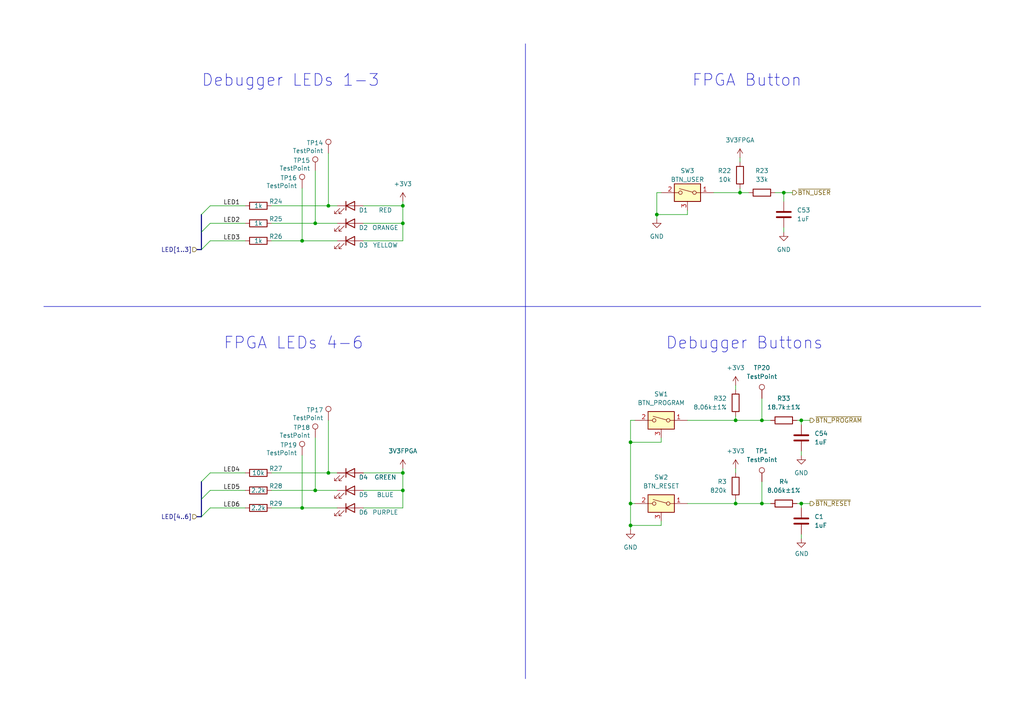
<source format=kicad_sch>
(kicad_sch (version 20230121) (generator eeschema)
  (paper "A4")
  (title_block (title "${TITLE}") (date "${DATE}") (rev "${VERSION}") (company "${COPYRIGHT}") (comment 1 "${LICENSE}"))
  (lib_symbols
    (symbol "Connector:TestPoint" (pin_numbers hide) (pin_names (offset 0.762) hide)
      (property "Reference" "TP" (at 0 6.858 0))
      (property "Value" "TestPoint" (at 0 5.08 0))
      (symbol "TestPoint_0_1"
        (circle (center 0 3.302) (radius 0.762))
      )
      (symbol "TestPoint_1_1"
        (pin passive line (at 0 0 90) (length 2.54) (name "1") (number "1"))
      )
    )
    (symbol "Device:C" (pin_numbers hide) (pin_names (offset 0.254))
      (property "Reference" "C" (at 0.635 2.54 0))
      (property "Value" "C" (at 0.635 -2.54 0))
      (symbol "C_0_1"
        (polyline (pts (xy -2.032 -0.762) (xy 2.032 -0.762)) (stroke (width 0.508)))
        (polyline (pts (xy -2.032 0.762) (xy 2.032 0.762)) (stroke (width 0.508)))
      )
      (symbol "C_1_1"
        (pin passive line (at 0 3.81 270) (length 2.794) (name "~") (number "1"))
        (pin passive line (at 0 -3.81 90) (length 2.794) (name "~") (number "2"))
      )
    )
    (symbol "Device:LED" (pin_numbers hide) (pin_names (offset 1.016) hide)
      (property "Reference" "D" (at 0 2.54 0))
      (property "Value" "LED" (at 0 -2.54 0))
      (symbol "LED_0_1"
        (polyline (pts (xy -1.27 -1.27) (xy -1.27 1.27)) (stroke (width 0.254)))
        (polyline (pts (xy -1.27 0) (xy 1.27 0)))
        (polyline (pts (xy 1.27 -1.27) (xy 1.27 1.27) (xy -1.27 0) (xy 1.27 -1.27)) (stroke (width 0.254)))
        (polyline (pts (xy -3.048 -0.762) (xy -4.572 -2.286) (xy -3.81 -2.286) (xy -4.572 -2.286) (xy -4.572 -1.524)))
        (polyline (pts (xy -1.778 -0.762) (xy -3.302 -2.286) (xy -2.54 -2.286) (xy -3.302 -2.286) (xy -3.302 -1.524)))
      )
      (symbol "LED_1_1"
        (pin passive line (at -3.81 0 0) (length 2.54) (name "K") (number "1"))
        (pin passive line (at 3.81 0 180) (length 2.54) (name "A") (number "2"))
      )
    )
    (symbol "Device:R" (pin_numbers hide) (pin_names (offset 0))
      (property "Reference" "R" (at 2.032 0 90))
      (property "Value" "R" (at 0 0 90))
      (symbol "R_0_1"
        (rectangle (start -1.016 -2.54) (end 1.016 2.54) (stroke (width 0.254)))
      )
      (symbol "R_1_1"
        (pin passive line (at 0 3.81 270) (length 1.27) (name "~") (number "1"))
        (pin passive line (at 0 -3.81 90) (length 1.27) (name "~") (number "2"))
      )
    )
    (symbol "power:+3V3" (power) (pin_names (offset 0))
      (property "Value" "+3V3" (at 0 3.556 0))
      (symbol "+3V3_0_1"
        (polyline (pts (xy -0.762 1.27) (xy 0 2.54)))
        (polyline (pts (xy 0 0) (xy 0 2.54)))
        (polyline (pts (xy 0 2.54) (xy 0.762 1.27)))
      )
      (symbol "+3V3_1_1"
        (pin power_in line (at 0 0 90) (length 0) hide (name "+3V3") (number "1"))
      )
    )
    (symbol "power:GND" (power) (pin_names (offset 0))
      (property "Value" "GND" (at 0 -3.81 0))
      (symbol "GND_0_1"
        (polyline (pts (xy 0 0) (xy 0 -1.27) (xy 1.27 -1.27) (xy 0 -2.54) (xy -1.27 -1.27) (xy 0 -1.27)))
      )
      (symbol "GND_1_1"
        (pin power_in line (at 0 0 270) (length 0) hide (name "GND") (number "1"))
      )
    )
    (symbol "support_hardware:3V3FPGA" (power) (pin_names (offset 0))
      (property "Value" "3V3FPGA" (at 0 3.81 0))
      (symbol "3V3FPGA_0_1"
        (polyline (pts (xy -0.762 1.27) (xy 0 2.54)))
        (polyline (pts (xy 0 0) (xy 0 2.54)))
        (polyline (pts (xy 0 2.54) (xy 0.762 1.27)))
      )
      (symbol "3V3FPGA_1_1"
        (pin power_in line (at 0 0 90) (length 0) hide (name "3V3FPGA") (number "1"))
      )
    )
    (symbol "support_hardware:SW_SPST_shielded" (pin_names (offset 0) hide)
      (property "Reference" "SW" (at 0 6.35 0))
      (property "Value" "SW_SPST_shielded" (at 0 3.81 0))
      (symbol "SW_SPST_shielded_0_0"
        (circle (center -2.032 0) (radius 0.508))
        (polyline (pts (xy -1.524 0.127) (xy 2.3622 1.1684)))
        (circle (center 2.032 0) (radius 0.508))
      )
      (symbol "SW_SPST_shielded_0_1"
        (rectangle (start -3.81 2.54) (end 3.81 -2.54) (stroke (width 0.254)) (fill (type background)))
      )
      (symbol "SW_SPST_shielded_1_1"
        (pin passive line (at -7.62 0 0) (length 5.08) (name "~") (number "1"))
        (pin passive line (at 7.62 0 180) (length 5.08) (name "~") (number "2"))
        (pin passive line (at 0 -5.08 90) (length 2.54) (name "SHIELD") (number "3"))
      )
    )
  )
  (junction (at 116.84 137.16))
  (junction (at 220.98 121.92))
  (junction (at 116.84 64.77))
  (junction (at 91.44 142.24))
  (junction (at 116.84 142.24))
  (junction (at 182.88 128.27))
  (junction (at 91.44 64.77))
  (junction (at 87.63 69.85))
  (junction (at 232.41 121.92))
  (junction (at 213.36 146.05))
  (junction (at 220.98 146.05))
  (junction (at 227.33 55.88))
  (junction (at 182.88 152.4))
  (junction (at 190.5 62.23))
  (junction (at 182.88 146.05))
  (junction (at 213.36 121.92))
  (junction (at 95.25 59.69))
  (junction (at 95.25 137.16))
  (junction (at 232.41 146.05))
  (junction (at 87.63 147.32))
  (junction (at 214.63 55.88))
  (junction (at 116.84 59.69))
  (bus_entry (at 60.96 137.16) (size -2.54 2.54))
  (bus_entry (at 60.96 69.85) (size -2.54 2.54))
  (bus_entry (at 60.96 142.24) (size -2.54 2.54))
  (bus_entry (at 60.96 147.32) (size -2.54 2.54))
  (bus_entry (at 60.96 64.77) (size -2.54 2.54))
  (bus_entry (at 60.96 59.69) (size -2.54 2.54))
  (wire (pts (xy 191.77 128.27) (xy 191.77 127)))
  (wire (pts (xy 214.63 55.88) (xy 207.01 55.88)))
  (wire (pts (xy 116.84 59.69) (xy 116.84 64.77)))
  (wire (pts (xy 231.14 146.05) (xy 232.41 146.05)))
  (bus (pts (xy 58.42 139.7) (xy 58.42 144.78)))
  (wire (pts (xy 190.5 62.23) (xy 190.5 55.88)))
  (wire (pts (xy 182.88 128.27) (xy 182.88 146.05)))
  (wire (pts (xy 182.88 153.67) (xy 182.88 152.4)))
  (wire (pts (xy 182.88 121.92) (xy 182.88 128.27)))
  (wire (pts (xy 223.52 146.05) (xy 220.98 146.05)))
  (wire (pts (xy 232.41 132.08) (xy 232.41 130.81)))
  (wire (pts (xy 116.84 135.89) (xy 116.84 137.16)))
  (wire (pts (xy 223.52 121.92) (xy 220.98 121.92)))
  (wire (pts (xy 60.96 69.85) (xy 71.12 69.85)))
  (wire (pts (xy 105.41 64.77) (xy 116.84 64.77)))
  (wire (pts (xy 232.41 146.05) (xy 234.95 146.05)))
  (wire (pts (xy 182.88 146.05) (xy 182.88 152.4)))
  (wire (pts (xy 224.79 55.88) (xy 227.33 55.88)))
  (wire (pts (xy 91.44 64.77) (xy 97.79 64.77)))
  (wire (pts (xy 217.17 55.88) (xy 214.63 55.88)))
  (wire (pts (xy 87.63 132.08) (xy 87.63 147.32)))
  (wire (pts (xy 60.96 59.69) (xy 71.12 59.69)))
  (wire (pts (xy 95.25 121.92) (xy 95.25 137.16)))
  (wire (pts (xy 199.39 62.23) (xy 190.5 62.23)))
  (wire (pts (xy 213.36 144.78) (xy 213.36 146.05)))
  (wire (pts (xy 182.88 121.92) (xy 184.15 121.92)))
  (wire (pts (xy 220.98 115.57) (xy 220.98 121.92)))
  (polyline (pts (xy 12.7 88.9) (xy 284.48 88.9)))
  (wire (pts (xy 232.41 147.32) (xy 232.41 146.05)))
  (wire (pts (xy 232.41 121.92) (xy 234.95 121.92)))
  (wire (pts (xy 191.77 152.4) (xy 182.88 152.4)))
  (bus (pts (xy 58.42 67.31) (xy 58.42 72.39)))
  (wire (pts (xy 229.87 55.88) (xy 227.33 55.88)))
  (wire (pts (xy 116.84 64.77) (xy 116.84 69.85)))
  (wire (pts (xy 78.74 147.32) (xy 87.63 147.32)))
  (wire (pts (xy 213.36 146.05) (xy 199.39 146.05)))
  (bus (pts (xy 58.42 149.86) (xy 57.15 149.86)))
  (wire (pts (xy 71.12 64.77) (xy 60.96 64.77)))
  (wire (pts (xy 220.98 139.7) (xy 220.98 146.05)))
  (wire (pts (xy 190.5 62.23) (xy 190.5 63.5)))
  (wire (pts (xy 105.41 69.85) (xy 116.84 69.85)))
  (wire (pts (xy 87.63 54.61) (xy 87.63 69.85)))
  (wire (pts (xy 87.63 69.85) (xy 97.79 69.85)))
  (wire (pts (xy 232.41 156.21) (xy 232.41 154.94)))
  (wire (pts (xy 227.33 67.31) (xy 227.33 66.04)))
  (wire (pts (xy 60.96 142.24) (xy 71.12 142.24)))
  (wire (pts (xy 95.25 59.69) (xy 97.79 59.69)))
  (wire (pts (xy 105.41 59.69) (xy 116.84 59.69)))
  (wire (pts (xy 105.41 137.16) (xy 116.84 137.16)))
  (wire (pts (xy 214.63 45.72) (xy 214.63 46.99)))
  (wire (pts (xy 182.88 146.05) (xy 184.15 146.05)))
  (wire (pts (xy 78.74 137.16) (xy 95.25 137.16)))
  (wire (pts (xy 227.33 58.42) (xy 227.33 55.88)))
  (wire (pts (xy 78.74 69.85) (xy 87.63 69.85)))
  (wire (pts (xy 213.36 111.76) (xy 213.36 113.03)))
  (wire (pts (xy 95.25 137.16) (xy 97.79 137.16)))
  (wire (pts (xy 78.74 142.24) (xy 91.44 142.24)))
  (bus (pts (xy 58.42 62.23) (xy 58.42 67.31)))
  (wire (pts (xy 91.44 127) (xy 91.44 142.24)))
  (wire (pts (xy 95.25 59.69) (xy 95.25 44.45)))
  (wire (pts (xy 220.98 146.05) (xy 213.36 146.05)))
  (wire (pts (xy 232.41 123.19) (xy 232.41 121.92)))
  (bus (pts (xy 57.15 72.39) (xy 58.42 72.39)))
  (wire (pts (xy 71.12 137.16) (xy 60.96 137.16)))
  (wire (pts (xy 116.84 137.16) (xy 116.84 142.24)))
  (wire (pts (xy 78.74 59.69) (xy 95.25 59.69)))
  (wire (pts (xy 71.12 147.32) (xy 60.96 147.32)))
  (wire (pts (xy 116.84 59.69) (xy 116.84 58.42)))
  (wire (pts (xy 91.44 142.24) (xy 97.79 142.24)))
  (wire (pts (xy 213.36 121.92) (xy 199.39 121.92)))
  (wire (pts (xy 213.36 121.92) (xy 213.36 120.65)))
  (wire (pts (xy 78.74 64.77) (xy 91.44 64.77)))
  (wire (pts (xy 105.41 142.24) (xy 116.84 142.24)))
  (polyline (pts (xy 152.4 12.7) (xy 152.4 196.85)))
  (wire (pts (xy 231.14 121.92) (xy 232.41 121.92)))
  (wire (pts (xy 199.39 62.23) (xy 199.39 60.96)))
  (bus (pts (xy 58.42 144.78) (xy 58.42 149.86)))
  (wire (pts (xy 191.77 128.27) (xy 182.88 128.27)))
  (wire (pts (xy 87.63 147.32) (xy 97.79 147.32)))
  (wire (pts (xy 213.36 135.89) (xy 213.36 137.16)))
  (wire (pts (xy 220.98 121.92) (xy 213.36 121.92)))
  (wire (pts (xy 191.77 152.4) (xy 191.77 151.13)))
  (wire (pts (xy 116.84 142.24) (xy 116.84 147.32)))
  (wire (pts (xy 214.63 55.88) (xy 214.63 54.61)))
  (wire (pts (xy 91.44 49.53) (xy 91.44 64.77)))
  (wire (pts (xy 116.84 147.32) (xy 105.41 147.32)))
  (wire (pts (xy 190.5 55.88) (xy 191.77 55.88)))
  (text "FPGA Button" (at 200.66 25.4 0) (effects (font (size 3.4036 3.4036)) (justify left bottom)))
  (text "Debugger Buttons" (at 193.04 101.6 0) (effects (font (size 3.4036 3.4036)) (justify left bottom)))
  (text "FPGA LEDs 4-6" (at 64.77 101.6 0) (effects (font (size 3.4036 3.4036)) (justify left bottom)))
  (text "Debugger LEDs 1-3" (at 58.42 25.4 0) (effects (font (size 3.4036 3.4036)) (justify left bottom)))
  (label "LED4" (at 64.77 137.16 0))
  (label "LED6" (at 64.77 147.32 0))
  (label "LED2" (at 64.77 64.77 0))
  (label "LED1" (at 64.77 59.69 0))
  (label "LED5" (at 64.77 142.24 0))
  (label "LED3" (at 64.77 69.85 0))
  (hierarchical_label "~{BTN_PROGRAM}" (shape output) (at 234.95 121.92 0))
  (hierarchical_label "~{BTN_USER}" (shape output) (at 229.87 55.88 0))
  (hierarchical_label "LED[4..6]" (shape input) (at 57.15 149.86 180))
  (hierarchical_label "LED[1..3]" (shape input) (at 57.15 72.39 180))
  (hierarchical_label "~{BTN_RESET}" (shape output) (at 234.95 146.05 0))
  (symbol (lib_id "Device:R") (at 74.93 137.16 270) (mirror x) (unit 1)
    (property "Reference" "R27" (at 80.01 135.89 90))
    (property "Value" "10k" (at 74.93 137.16 90))
    (property "Footprint" "Resistor_SMD:R_0402_1005Metric" (effects hide))
    (property "Part Number" "RC0402JR-0710KL" (effects hide))
    (property "Substitution" "any equivalent" (effects hide))
    (property "Description" "RES 10K OHM 5% 1/16W 0402" (effects hide))
    (property "Manufacturer" "Yageo" (effects hide))
  )
  (symbol (lib_id "Device:R") (at 74.93 142.24 270) (unit 1)
    (property "Reference" "R28" (at 80.01 140.97 90))
    (property "Value" "2.2k" (at 74.93 142.24 90))
    (property "Footprint" "Resistor_SMD:R_0402_1005Metric" (effects hide))
    (property "Part Number" "RC0402JR-072K2L" (effects hide))
    (property "Substitution" "any equivalent" (effects hide))
    (property "Description" "RES 2.2K OHM 5% 1/16W 0402" (effects hide))
    (property "Manufacturer" "Yageo" (effects hide))
  )
  (symbol (lib_id "Device:R") (at 74.93 147.32 270) (unit 1)
    (property "Reference" "R29" (at 80.01 146.05 90))
    (property "Value" "2.2k" (at 74.93 147.32 90))
    (property "Footprint" "Resistor_SMD:R_0402_1005Metric" (effects hide))
    (property "Part Number" "RC0402JR-072K2L" (effects hide))
    (property "Substitution" "any equivalent" (effects hide))
    (property "Description" "RES 2.2K OHM 5% 1/16W 0402" (effects hide))
    (property "Manufacturer" "Yageo" (effects hide))
  )
  (symbol (lib_id "Device:R") (at 74.93 59.69 270) (unit 1)
    (property "Reference" "R24" (at 80.01 58.42 90))
    (property "Value" "1k" (at 74.93 59.69 90))
    (property "Footprint" "Resistor_SMD:R_0402_1005Metric" (effects hide))
    (property "Part Number" "RC0402JR-071KL" (effects hide))
    (property "Substitution" "any equivalent" (effects hide))
    (property "Description" "RES 1K OHM 5% 1/16W 0402" (effects hide))
    (property "Manufacturer" "Yageo" (effects hide))
  )
  (symbol (lib_id "Device:R") (at 74.93 64.77 270) (unit 1)
    (property "Reference" "R25" (at 80.01 63.5 90))
    (property "Value" "1k" (at 74.93 64.77 90))
    (property "Footprint" "Resistor_SMD:R_0402_1005Metric" (effects hide))
    (property "Part Number" "RC0402JR-071KL" (effects hide))
    (property "Substitution" "any equivalent" (effects hide))
    (property "Description" "RES 1K OHM 5% 1/16W 0402" (effects hide))
    (property "Manufacturer" "Yageo" (effects hide))
  )
  (symbol (lib_id "Device:R") (at 74.93 69.85 270) (unit 1)
    (property "Reference" "R26" (at 80.01 68.58 90))
    (property "Value" "1k" (at 74.93 69.85 90))
    (property "Footprint" "Resistor_SMD:R_0402_1005Metric" (effects hide))
    (property "Part Number" "RC0402JR-071KL" (effects hide))
    (property "Substitution" "any equivalent" (effects hide))
    (property "Description" "RES 1K OHM 5% 1/16W 0402" (effects hide))
    (property "Manufacturer" "Yageo" (effects hide))
  )
  (symbol (lib_id "Device:LED") (at 101.6 59.69 0) (unit 1)
    (property "Reference" "D1" (at 105.41 60.96 0))
    (property "Value" "RED" (at 111.76 60.96 0))
    (property "Footprint" "LED_SMD:LED_0603_1608Metric" (effects hide))
    (property "Part Number" "OSR50603C1E" (effects hide))
    (property "Manufacturer" "OptoSupply" (effects hide))
    (property "Description" "LED SMD 0603 RED" (effects hide))
  )
  (symbol (lib_id "Device:LED") (at 101.6 69.85 0) (unit 1)
    (property "Reference" "D3" (at 105.41 71.12 0))
    (property "Value" "YELLOW" (at 111.76 71.12 0))
    (property "Footprint" "LED_SMD:LED_0603_1608Metric" (effects hide))
    (property "Part Number" "E6C0603UYAC1UDA" (effects hide))
    (property "Manufacturer" "EKINGLUX" (effects hide))
    (property "Description" "LED SMD 0603 YELLOW" (effects hide))
  )
  (symbol (lib_id "Device:LED") (at 101.6 137.16 0) (unit 1)
    (property "Reference" "D4" (at 105.41 138.43 0))
    (property "Value" "GREEN" (at 111.76 138.43 0))
    (property "Footprint" "LED_SMD:LED_0603_1608Metric" (effects hide))
    (property "Part Number" "ORH-G36G" (effects hide))
    (property "Manufacturer" "Orient" (effects hide))
    (property "Description" "LED SMD 0603 GREEN" (effects hide))
  )
  (symbol (lib_id "Device:LED") (at 101.6 142.24 0) (unit 1)
    (property "Reference" "D5" (at 105.41 143.51 0))
    (property "Value" "BLUE" (at 111.76 143.51 0))
    (property "Footprint" "LED_SMD:LED_0603_1608Metric" (effects hide))
    (property "Part Number" "ORH-B36G" (effects hide))
    (property "Manufacturer" "Orient" (effects hide))
    (property "Description" "LED SMD 0603 BLUE" (effects hide))
  )
  (symbol (lib_id "Device:LED") (at 101.6 147.32 0) (unit 1)
    (property "Reference" "D6" (at 105.41 148.59 0))
    (property "Value" "PURPLE" (at 111.76 148.59 0))
    (property "Footprint" "LED_SMD:LED_0603_1608Metric" (effects hide))
    (property "Part Number" "OSVX0603C1E" (effects hide))
    (property "Manufacturer" "OptoSupply" (effects hide))
    (property "Description" "LED SMD 0603 VIOLET" (effects hide))
  )
  (symbol (lib_id "Device:LED") (at 101.6 64.77 0) (unit 1)
    (property "Reference" "D2" (at 105.41 66.04 0))
    (property "Value" "ORANGE" (at 111.76 66.04 0))
    (property "Footprint" "LED_SMD:LED_0603_1608Metric" (effects hide))
    (property "Part Number" "E6C0603SEAC1UDA" (effects hide))
    (property "Manufacturer" "EKINGLUX" (effects hide))
    (property "Description" "LED SMD 0603 ORANGE" (effects hide))
  )
  (symbol (lib_id "support_hardware:SW_SPST_shielded") (at 191.77 146.05 0) (mirror y) (unit 1)
    (property "Reference" "SW2" (at 191.77 138.43 0))
    (property "Value" "BTN_RESET" (at 191.77 140.97 0))
    (property "Footprint" "mainboard:SW_Tactile_SPST_Angled_TC-1109DE-B-F" (effects hide))
    (property "Description" "SWITCH TACTILE SPST-NO 0.05A 12V" (effects hide))
    (property "Manufacturer" "XKB" (effects hide))
    (property "Part Number" "TC-1109DE-B-F" (effects hide))
    (property "Substitution" "DEALON TC-1150DL-6.0H-160" (effects hide))
  )
  (symbol (lib_id "Connector:TestPoint") (at 87.63 132.08 0) (mirror y) (unit 1) (in_bom no)
    (property "Reference" "TP19" (at 86.1568 129.0828 0) (effects (justify left)))
    (property "Value" "TestPoint" (at 86.1568 131.3688 0) (effects (justify left)))
    (property "Footprint" "TestPoint:TestPoint_Pad_D1.0mm" (effects hide))
  )
  (symbol (lib_id "Connector:TestPoint") (at 87.63 54.61 0) (mirror y) (unit 1) (in_bom no)
    (property "Reference" "TP16" (at 86.1568 51.6128 0) (effects (justify left)))
    (property "Value" "TestPoint" (at 86.1568 53.8988 0) (effects (justify left)))
    (property "Footprint" "TestPoint:TestPoint_Pad_D1.0mm" (effects hide))
  )
  (symbol (lib_id "Connector:TestPoint") (at 91.44 127 0) (mirror y) (unit 1) (in_bom no)
    (property "Reference" "TP18" (at 89.9668 124.0028 0) (effects (justify left)))
    (property "Value" "TestPoint" (at 89.9668 126.2888 0) (effects (justify left)))
    (property "Footprint" "TestPoint:TestPoint_Pad_D1.0mm" (effects hide))
  )
  (symbol (lib_id "Device:R") (at 214.63 50.8 0) (mirror y) (unit 1)
    (property "Reference" "R22" (at 212.09 49.53 0) (effects (justify left)))
    (property "Value" "10k" (at 212.09 52.07 0) (effects (justify left)))
    (property "Footprint" "Resistor_SMD:R_0402_1005Metric" (effects hide))
    (property "Part Number" "RC0402JR-0710KL" (effects hide))
    (property "Substitution" "any equivalent" (effects hide))
    (property "Description" "RES 10K OHM 5% 1/16W 0402" (effects hide))
    (property "Manufacturer" "Yageo" (effects hide))
  )
  (symbol (lib_id "support_hardware:3V3FPGA") (at 214.63 45.72 0) (unit 1)
    (property "Reference" "#PWR0317" (effects hide))
    (property "Value" "3V3FPGA" (at 214.63 40.64 0))
    (instances (project "mainboard" (path "" (reference "#PWR0317") (unit 1)) (path "" (reference "#PWR0147") (unit 1)) (path "" (reference "#PWR0287") (unit 1)) (path "" (reference "#PWR0114") (unit 1)) (path "" (reference "#PWR0291") (unit 1))))
  )
  (symbol (lib_id "Device:R") (at 213.36 116.84 0) (mirror y) (unit 1)
    (property "Reference" "R32" (at 210.82 115.57 0) (effects (justify left)))
    (property "Value" "8.06k±1%" (at 210.82 118.11 0) (effects (justify left)))
    (property "Footprint" "Resistor_SMD:R_0402_1005Metric" (effects hide))
    (property "Part Number" "ERJ-2RKF8061X" (effects hide))
    (property "Substitution" "any equivalent" (effects hide))
    (property "Description" "RES SMD 8.06K OHM 1% 1/10W 0402" (effects hide))
    (property "Manufacturer" "Panasonic" (effects hide))
  )
  (symbol (lib_id "Device:C") (at 232.41 127 0) (mirror y) (unit 1)
    (property "Reference" "C54" (at 236.22 125.73 0) (effects (justify right)))
    (property "Value" "1uF" (at 236.22 128.27 0) (effects (justify right)))
    (property "Footprint" "Capacitor_SMD:C_0402_1005Metric" (effects hide))
    (property "Part Number" "CL05A105KP5NNNC" (effects hide))
    (property "Substitution" "any equivalent" (effects hide))
    (property "Description" "CAP CER 1UF 10V X5R 0402" (effects hide))
    (property "Manufacturer" "Samsung" (effects hide))
  )
  (symbol (lib_id "Device:R") (at 227.33 146.05 90) (unit 1)
    (property "Reference" "R4" (at 227.33 139.7 90))
    (property "Value" "8.06k±1%" (at 227.33 142.24 90))
    (property "Footprint" "Resistor_SMD:R_0402_1005Metric" (effects hide))
    (property "Description" "RES SMD 8.06K OHM 1% 1/10W 0402" (effects hide))
    (property "Manufacturer" "Panasonic" (effects hide))
    (property "Part Number" "ERJ-2RKF8061X" (effects hide))
    (property "Substitution" "any equivalent" (effects hide))
  )
  (symbol (lib_id "Device:C") (at 227.33 62.23 0) (mirror y) (unit 1)
    (property "Reference" "C53" (at 231.14 60.96 0) (effects (justify right)))
    (property "Value" "1uF" (at 231.14 63.5 0) (effects (justify right)))
    (property "Footprint" "Capacitor_SMD:C_0402_1005Metric" (effects hide))
    (property "Part Number" "CL05A105KP5NNNC" (effects hide))
    (property "Substitution" "any equivalent" (effects hide))
    (property "Description" "CAP CER 1UF 10V X5R 0402" (effects hide))
    (property "Manufacturer" "Samsung" (effects hide))
  )
  (symbol (lib_id "Device:R") (at 227.33 121.92 270) (mirror x) (unit 1)
    (property "Reference" "R33" (at 227.33 115.57 90))
    (property "Value" "18.7k±1%" (at 227.33 118.11 90))
    (property "Footprint" "Resistor_SMD:R_0402_1005Metric" (effects hide))
    (property "Description" "RES SMD 18.7K OHM 1% 1/10W 0402" (effects hide))
    (property "Manufacturer" "Panasonic" (effects hide))
    (property "Part Number" "ERJ-2RKF1872X" (effects hide))
    (property "Substitution" "any equivalent" (effects hide))
  )
  (symbol (lib_id "Connector:TestPoint") (at 220.98 115.57 0) (unit 1) (in_bom no)
    (property "Reference" "TP20" (at 220.98 106.68 0))
    (property "Value" "TestPoint" (at 220.98 109.22 0))
    (property "Footprint" "TestPoint:TestPoint_Pad_D1.0mm" (effects hide))
  )
  (symbol (lib_id "Device:R") (at 213.36 140.97 0) (mirror y) (unit 1)
    (property "Reference" "R3" (at 210.82 139.7 0) (effects (justify left)))
    (property "Value" "820k" (at 210.82 142.24 0) (effects (justify left)))
    (property "Footprint" "Resistor_SMD:R_0402_1005Metric" (effects hide))
    (property "Part Number" "RC0402JR-07820KL" (effects hide))
    (property "Substitution" "any equivalent" (effects hide))
    (property "Description" "RES 820K OHM 5% 1/16W 0402" (effects hide))
    (property "Manufacturer" "Yageo" (effects hide))
  )
  (symbol (lib_id "power:+3V3") (at 213.36 135.89 0) (unit 1)
    (property "Reference" "#PWR017" (effects hide))
    (property "Value" "+3V3" (at 213.36 130.81 0))
  )
  (symbol (lib_id "Connector:TestPoint") (at 91.44 49.53 0) (mirror y) (unit 1) (in_bom no)
    (property "Reference" "TP15" (at 89.9668 46.5328 0) (effects (justify left)))
    (property "Value" "TestPoint" (at 89.9668 48.8188 0) (effects (justify left)))
    (property "Footprint" "TestPoint:TestPoint_Pad_D1.0mm" (effects hide))
  )
  (symbol (lib_id "power:GND") (at 182.88 153.67 0) (unit 1)
    (property "Reference" "#PWR089" (effects hide))
    (property "Value" "GND" (at 182.88 158.75 0))
  )
  (symbol (lib_id "Connector:TestPoint") (at 95.25 121.92 0) (mirror y) (unit 1) (in_bom no)
    (property "Reference" "TP17" (at 93.7768 118.9228 0) (effects (justify left)))
    (property "Value" "TestPoint" (at 93.7768 121.2088 0) (effects (justify left)))
    (property "Footprint" "TestPoint:TestPoint_Pad_D1.0mm" (effects hide))
  )
  (symbol (lib_id "support_hardware:3V3FPGA") (at 116.84 135.89 0) (unit 1)
    (property "Reference" "#PWR0317" (effects hide))
    (property "Value" "3V3FPGA" (at 116.84 130.81 0))
    (instances (project "mainboard" (path "" (reference "#PWR0317") (unit 1)) (path "" (reference "#PWR0147") (unit 1)) (path "" (reference "#PWR0287") (unit 1)) (path "" (reference "#PWR0114") (unit 1)) (path "" (reference "#PWR093") (unit 1))))
  )
  (symbol (lib_id "Device:C") (at 232.41 151.13 0) (unit 1)
    (property "Reference" "C1" (at 236.22 149.86 0) (effects (justify left)))
    (property "Value" "1uF" (at 236.22 152.4 0) (effects (justify left)))
    (property "Footprint" "Capacitor_SMD:C_0402_1005Metric" (effects hide))
    (property "Part Number" "CL05A105KP5NNNC" (effects hide))
    (property "Substitution" "any equivalent" (effects hide))
    (property "Description" "CAP CER 1UF 10V X5R 0402" (effects hide))
    (property "Manufacturer" "Samsung" (effects hide))
  )
  (symbol (lib_id "Connector:TestPoint") (at 95.25 44.45 0) (mirror y) (unit 1) (in_bom no)
    (property "Reference" "TP14" (at 93.7768 41.4528 0) (effects (justify left)))
    (property "Value" "TestPoint" (at 93.7768 43.7388 0) (effects (justify left)))
    (property "Footprint" "TestPoint:TestPoint_Pad_D1.0mm" (effects hide))
  )
  (symbol (lib_id "power:GND") (at 232.41 132.08 0) (unit 1)
    (property "Reference" "#PWR068" (effects hide))
    (property "Value" "GND" (at 232.41 137.16 0))
  )
  (symbol (lib_id "power:GND") (at 232.41 156.21 0) (unit 1)
    (property "Reference" "#PWR021" (effects hide))
    (property "Value" "GND" (at 232.537 160.6042 0))
  )
  (symbol (lib_id "power:GND") (at 227.33 67.31 0) (unit 1)
    (property "Reference" "#PWR095" (effects hide))
    (property "Value" "GND" (at 227.33 72.39 0))
  )
  (symbol (lib_id "power:+3V3") (at 213.36 111.76 0) (mirror y) (unit 1)
    (property "Reference" "#PWR0142" (effects hide))
    (property "Value" "+3V3" (at 213.36 106.68 0))
  )
  (symbol (lib_id "power:+3V3") (at 116.84 58.42 0) (unit 1)
    (property "Reference" "#PWR0139" (effects hide))
    (property "Value" "+3V3" (at 116.84 53.34 0))
  )
  (symbol (lib_id "Connector:TestPoint") (at 220.98 139.7 0) (unit 1) (in_bom no)
    (property "Reference" "TP1" (at 220.98 130.81 0))
    (property "Value" "TestPoint" (at 220.98 133.35 0))
    (property "Footprint" "TestPoint:TestPoint_Pad_D1.0mm" (effects hide))
  )
  (symbol (lib_id "Device:R") (at 220.98 55.88 270) (mirror x) (unit 1)
    (property "Reference" "R23" (at 220.98 49.53 90))
    (property "Value" "33k" (at 220.98 52.07 90))
    (property "Footprint" "Resistor_SMD:R_0402_1005Metric" (effects hide))
    (property "Description" "RES SMD 33K OHM 5% 1/10W 0402" (effects hide))
    (property "Manufacturer" "Panasonic" (effects hide))
    (property "Part Number" "ERJ-2GEJ333X" (effects hide))
    (property "Substitution" "any equivalent" (effects hide))
  )
  (symbol (lib_id "support_hardware:SW_SPST_shielded") (at 199.39 55.88 0) (mirror y) (unit 1)
    (property "Reference" "SW3" (at 199.39 49.53 0))
    (property "Value" "BTN_USER" (at 199.39 52.07 0))
    (property "Footprint" "mainboard:SW_Tactile_SPST_Angled_TC-1109DE-B-F" (effects hide))
    (property "Description" "SWITCH TACTILE SPST-NO 0.05A 12V" (effects hide))
    (property "Manufacturer" "XKB" (effects hide))
    (property "Part Number" "TC-1109DE-B-F" (effects hide))
    (property "Substitution" "DEALON TC-1150DL-6.0H-160" (effects hide))
  )
  (symbol (lib_id "power:GND") (at 190.5 63.5 0) (unit 1)
    (property "Reference" "#PWR0140" (effects hide))
    (property "Value" "GND" (at 190.5 68.58 0))
  )
  (symbol (lib_id "support_hardware:SW_SPST_shielded") (at 191.77 121.92 0) (mirror y) (unit 1)
    (property "Reference" "SW1" (at 191.77 114.3 0))
    (property "Value" "BTN_PROGRAM" (at 191.77 116.84 0))
    (property "Footprint" "mainboard:SW_Tactile_SPST_Angled_TC-1109DE-B-F" (effects hide))
    (property "Description" "SWITCH TACTILE SPST-NO 0.05A 12V" (effects hide))
    (property "Manufacturer" "XKB" (effects hide))
    (property "Part Number" "TC-1109DE-B-F" (effects hide))
    (property "Substitution" "DEALON TC-1150DL-6.0H-160" (effects hide))
  )
)
</source>
